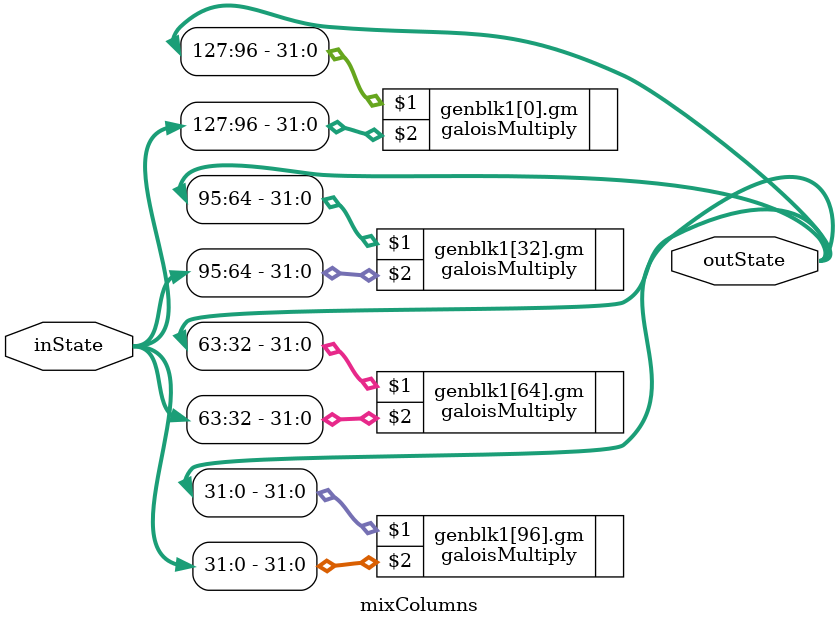
<source format=v>
module mixColumns(outState,inState);
input [127:0]inState;
output [127:0]outState;

genvar i;

generate
	for (i=0;i<128;i=i+32)
	begin
		galoisMultiply gm(outState[(127-i)-:32],inState[(127-i)-:32]);
	end
	
endgenerate

endmodule
</source>
